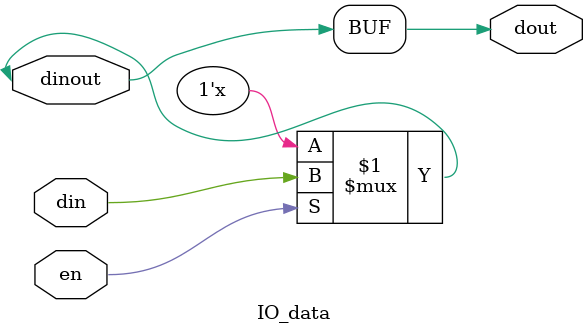
<source format=v>
module IO_data(en,din,dout,dinout);
 input en;
 input din;
 output dout;
 inout dinout;
 assign dinout=(en)?din:1'bz;
 assign dout=dinout;
endmodule
</source>
